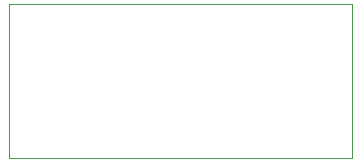
<source format=gbr>
%TF.GenerationSoftware,KiCad,Pcbnew,(6.0.5-0)*%
%TF.CreationDate,2022-06-15T16:59:53+05:30*%
%TF.ProjectId,CNY70_PCB,434e5937-305f-4504-9342-2e6b69636164,rev?*%
%TF.SameCoordinates,Original*%
%TF.FileFunction,Profile,NP*%
%FSLAX46Y46*%
G04 Gerber Fmt 4.6, Leading zero omitted, Abs format (unit mm)*
G04 Created by KiCad (PCBNEW (6.0.5-0)) date 2022-06-15 16:59:53*
%MOMM*%
%LPD*%
G01*
G04 APERTURE LIST*
%TA.AperFunction,Profile*%
%ADD10C,0.100000*%
%TD*%
G04 APERTURE END LIST*
D10*
X135750000Y-68000000D02*
X135750000Y-71250000D01*
X154750000Y-68000000D02*
X135750000Y-68000000D01*
X164750000Y-68000000D02*
X154750000Y-68000000D01*
X164750000Y-75000000D02*
X164750000Y-68000000D01*
X135750000Y-77250000D02*
X135750000Y-71250000D01*
X135750000Y-81000000D02*
X135750000Y-77250000D01*
X154000000Y-81000000D02*
X135750000Y-81000000D01*
X164750000Y-81000000D02*
X154000000Y-81000000D01*
X164750000Y-80500000D02*
X164750000Y-81000000D01*
X164750000Y-75000000D02*
X164750000Y-80500000D01*
M02*

</source>
